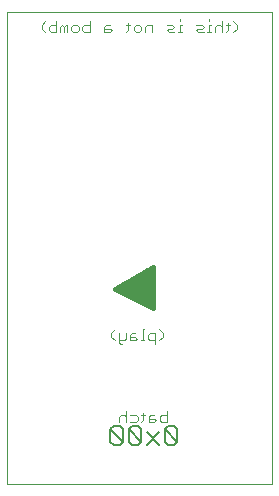
<source format=gbo>
G75*
%MOIN*%
%OFA0B0*%
%FSLAX24Y24*%
%IPPOS*%
%LPD*%
%AMOC8*
5,1,8,0,0,1.08239X$1,22.5*
%
%ADD10C,0.0000*%
%ADD11C,0.0050*%
%ADD12C,0.0030*%
%ADD13C,0.0160*%
D10*
X002209Y000487D02*
X002209Y016235D01*
X011068Y016235D01*
X011068Y000487D01*
X002209Y000487D01*
D11*
X005670Y001908D02*
X005771Y001807D01*
X005975Y001807D01*
X006077Y001908D01*
X005670Y002315D01*
X005670Y001908D01*
X005670Y002315D02*
X005771Y002417D01*
X005975Y002417D01*
X006077Y002315D01*
X006077Y001908D01*
X006277Y001908D02*
X006379Y001807D01*
X006583Y001807D01*
X006684Y001908D01*
X006277Y002315D01*
X006277Y001908D01*
X006277Y002315D02*
X006379Y002417D01*
X006583Y002417D01*
X006684Y002315D01*
X006684Y001908D01*
X006885Y001807D02*
X007292Y002214D01*
X007493Y002315D02*
X007493Y001908D01*
X007595Y001807D01*
X007798Y001807D01*
X007900Y001908D01*
X007493Y002315D01*
X007595Y002417D01*
X007798Y002417D01*
X007900Y002315D01*
X007900Y001908D01*
X007292Y001807D02*
X006885Y002214D01*
D12*
X006939Y002552D02*
X007124Y002552D01*
X007186Y002613D01*
X007124Y002675D01*
X006939Y002675D01*
X006939Y002737D02*
X006939Y002552D01*
X006939Y002737D02*
X007000Y002799D01*
X007124Y002799D01*
X007307Y002737D02*
X007369Y002799D01*
X007554Y002799D01*
X007554Y002922D02*
X007554Y002552D01*
X007369Y002552D01*
X007307Y002613D01*
X007307Y002737D01*
X006817Y002799D02*
X006694Y002799D01*
X006756Y002860D02*
X006756Y002613D01*
X006694Y002552D01*
X006572Y002613D02*
X006510Y002552D01*
X006325Y002552D01*
X006203Y002552D02*
X006203Y002922D01*
X006142Y002799D02*
X006203Y002737D01*
X006142Y002799D02*
X006018Y002799D01*
X005957Y002737D01*
X005957Y002552D01*
X006325Y002799D02*
X006510Y002799D01*
X006572Y002737D01*
X006572Y002613D01*
X006064Y005153D02*
X006002Y005153D01*
X005941Y005215D01*
X005941Y005524D01*
X005819Y005647D02*
X005696Y005524D01*
X005696Y005400D01*
X005819Y005277D01*
X005941Y005277D02*
X006126Y005277D01*
X006188Y005338D01*
X006188Y005524D01*
X006309Y005462D02*
X006309Y005277D01*
X006494Y005277D01*
X006556Y005338D01*
X006494Y005400D01*
X006309Y005400D01*
X006309Y005462D02*
X006371Y005524D01*
X006494Y005524D01*
X006740Y005647D02*
X006740Y005277D01*
X006801Y005277D02*
X006678Y005277D01*
X006923Y005338D02*
X006923Y005462D01*
X006985Y005524D01*
X007170Y005524D01*
X007170Y005153D01*
X007170Y005277D02*
X006985Y005277D01*
X006923Y005338D01*
X006801Y005647D02*
X006740Y005647D01*
X007292Y005647D02*
X007415Y005524D01*
X007415Y005400D01*
X007292Y005277D01*
X007061Y015552D02*
X007061Y015799D01*
X006875Y015799D01*
X006814Y015737D01*
X006814Y015552D01*
X006692Y015613D02*
X006631Y015552D01*
X006507Y015552D01*
X006445Y015613D01*
X006445Y015737D01*
X006507Y015799D01*
X006631Y015799D01*
X006692Y015737D01*
X006692Y015613D01*
X006324Y015799D02*
X006201Y015799D01*
X006262Y015860D02*
X006262Y015613D01*
X006201Y015552D01*
X005710Y015613D02*
X005648Y015552D01*
X005463Y015552D01*
X005463Y015737D01*
X005525Y015799D01*
X005648Y015799D01*
X005648Y015675D02*
X005463Y015675D01*
X005648Y015675D02*
X005710Y015613D01*
X004973Y015552D02*
X004788Y015552D01*
X004727Y015613D01*
X004727Y015737D01*
X004788Y015799D01*
X004973Y015799D01*
X004973Y015922D02*
X004973Y015552D01*
X004605Y015613D02*
X004543Y015552D01*
X004420Y015552D01*
X004358Y015613D01*
X004358Y015737D01*
X004420Y015799D01*
X004543Y015799D01*
X004605Y015737D01*
X004605Y015613D01*
X004237Y015552D02*
X004237Y015799D01*
X004175Y015799D01*
X004113Y015737D01*
X004052Y015799D01*
X003990Y015737D01*
X003990Y015552D01*
X003869Y015552D02*
X003683Y015552D01*
X003622Y015613D01*
X003622Y015737D01*
X003683Y015799D01*
X003869Y015799D01*
X003869Y015922D02*
X003869Y015552D01*
X004113Y015552D02*
X004113Y015737D01*
X003500Y015922D02*
X003377Y015799D01*
X003377Y015675D01*
X003500Y015552D01*
X007550Y015613D02*
X007612Y015675D01*
X007735Y015675D01*
X007797Y015737D01*
X007735Y015799D01*
X007550Y015799D01*
X007550Y015613D02*
X007612Y015552D01*
X007797Y015552D01*
X007919Y015552D02*
X008043Y015552D01*
X007981Y015552D02*
X007981Y015799D01*
X008043Y015799D01*
X007981Y015922D02*
X007981Y015984D01*
X008532Y015799D02*
X008718Y015799D01*
X008779Y015737D01*
X008718Y015675D01*
X008594Y015675D01*
X008532Y015613D01*
X008594Y015552D01*
X008779Y015552D01*
X008901Y015552D02*
X009025Y015552D01*
X008963Y015552D02*
X008963Y015799D01*
X009025Y015799D01*
X009146Y015737D02*
X009146Y015552D01*
X009146Y015737D02*
X009208Y015799D01*
X009332Y015799D01*
X009393Y015737D01*
X009515Y015799D02*
X009639Y015799D01*
X009577Y015860D02*
X009577Y015613D01*
X009515Y015552D01*
X009393Y015552D02*
X009393Y015922D01*
X009761Y015922D02*
X009884Y015799D01*
X009884Y015675D01*
X009761Y015552D01*
X008963Y015922D02*
X008963Y015984D01*
D13*
X007084Y007737D02*
X007084Y006362D01*
X005834Y006987D01*
X007084Y007737D01*
X007084Y007619D02*
X006889Y007619D01*
X007084Y007461D02*
X006624Y007461D01*
X006360Y007302D02*
X007084Y007302D01*
X007084Y007144D02*
X006096Y007144D01*
X005837Y006985D02*
X007084Y006985D01*
X007084Y006827D02*
X006154Y006827D01*
X006471Y006668D02*
X007084Y006668D01*
X007084Y006510D02*
X006788Y006510D01*
M02*

</source>
